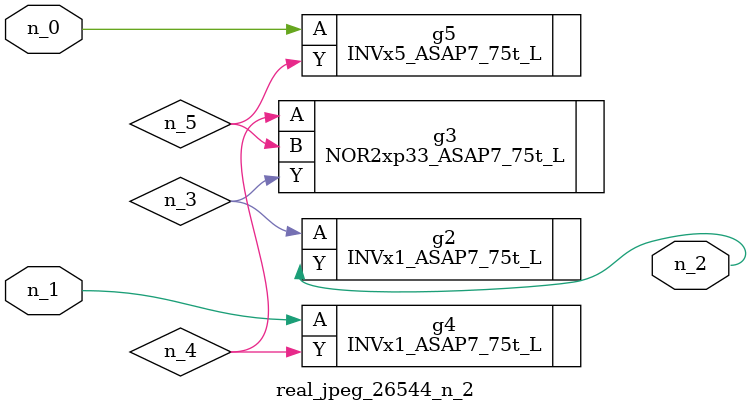
<source format=v>
module real_jpeg_26544_n_2 (n_1, n_0, n_2);

input n_1;
input n_0;

output n_2;

wire n_5;
wire n_4;
wire n_3;

INVx5_ASAP7_75t_L g5 ( 
.A(n_0),
.Y(n_5)
);

INVx1_ASAP7_75t_L g4 ( 
.A(n_1),
.Y(n_4)
);

INVx1_ASAP7_75t_L g2 ( 
.A(n_3),
.Y(n_2)
);

NOR2xp33_ASAP7_75t_L g3 ( 
.A(n_4),
.B(n_5),
.Y(n_3)
);


endmodule
</source>
